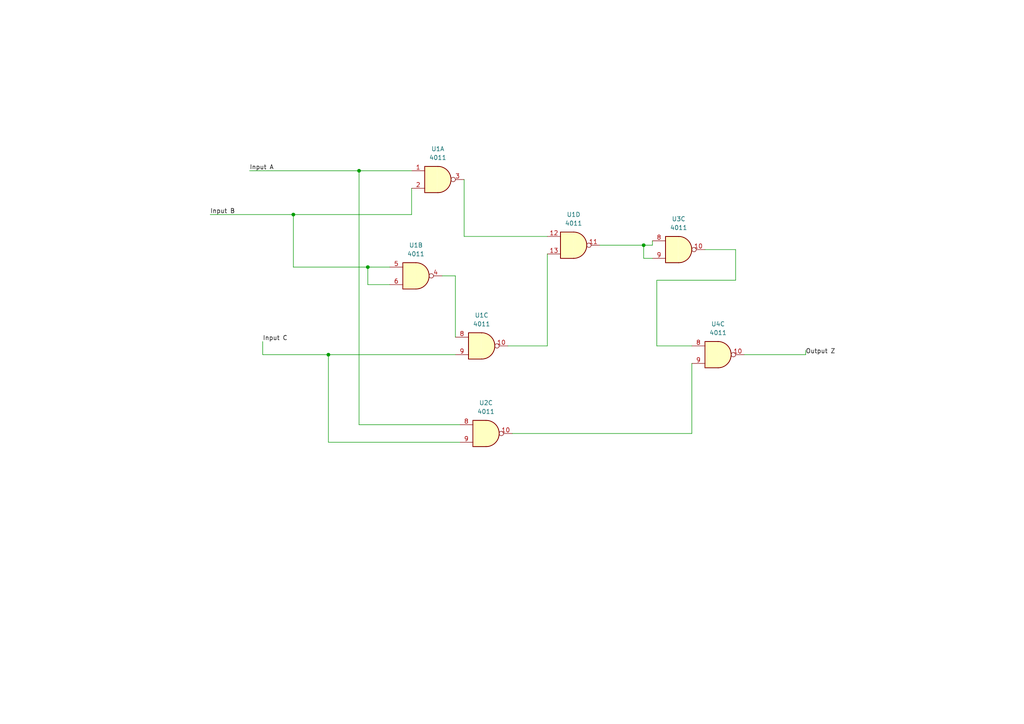
<source format=kicad_sch>
(kicad_sch (version 20230121) (generator eeschema)
  (paper "A4")
  (lib_symbols
    (symbol "4xxx:4011" (pin_names (offset 1.016))
      (property "Reference" "U" (at 0 1.27 0))
      (property "Value" "4011" (at 0 -1.27 0))
      (symbol "4011_1_1"
        (arc (start 0 -3.81) (mid 3.7934 0) (end 0 3.81) (stroke (width 0.254)) (fill (type background)))
        (polyline (pts (xy 0 3.81) (xy -3.81 3.81) (xy -3.81 -3.81) (xy 0 -3.81)) (stroke (width 0.254)) (fill (type background)))
        (pin input line (at -7.62 2.54 0) (length 3.81) (name "~") (number "1"))
        (pin input line (at -7.62 -2.54 0) (length 3.81) (name "~") (number "2"))
        (pin output inverted (at 7.62 0 180) (length 3.81) (name "~") (number "3"))
      )
      (symbol "4011_1_2"
        (arc (start -3.81 -3.81) (mid -2.589 0) (end -3.81 3.81) (stroke (width 0.254)))
        (arc (start -0.6096 -3.81) (mid 2.1842 -2.5851) (end 3.81 0) (stroke (width 0.254)) (fill (type background)))
        (polyline (pts (xy -3.81 -3.81) (xy -0.635 -3.81)) (stroke (width 0.254)) (fill (type background)))
        (polyline (pts (xy -3.81 3.81) (xy -0.635 3.81)) (stroke (width 0.254)) (fill (type background)))
        (polyline (pts (xy -0.635 3.81) (xy -3.81 3.81) (xy -3.81 3.81) (xy -3.556 3.4036) (xy -3.0226 2.2606) (xy -2.6924 1.0414) (xy -2.6162 -0.254) (xy -2.7686 -1.4986) (xy -3.175 -2.7178) (xy -3.81 -3.81) (xy -3.81 -3.81) (xy -0.635 -3.81)) (stroke (width -25.4)) (fill (type background)))
        (arc (start 3.81 0) (mid 2.1915 2.5936) (end -0.6096 3.81) (stroke (width 0.254)) (fill (type background)))
        (pin input inverted (at -7.62 2.54 0) (length 4.318) (name "~") (number "1"))
        (pin input inverted (at -7.62 -2.54 0) (length 4.318) (name "~") (number "2"))
        (pin output line (at 7.62 0 180) (length 3.81) (name "~") (number "3"))
      )
      (symbol "4011_2_1"
        (arc (start 0 -3.81) (mid 3.7934 0) (end 0 3.81) (stroke (width 0.254)) (fill (type background)))
        (polyline (pts (xy 0 3.81) (xy -3.81 3.81) (xy -3.81 -3.81) (xy 0 -3.81)) (stroke (width 0.254)) (fill (type background)))
        (pin output inverted (at 7.62 0 180) (length 3.81) (name "~") (number "4"))
        (pin input line (at -7.62 2.54 0) (length 3.81) (name "~") (number "5"))
        (pin input line (at -7.62 -2.54 0) (length 3.81) (name "~") (number "6"))
      )
      (symbol "4011_2_2"
        (arc (start -3.81 -3.81) (mid -2.589 0) (end -3.81 3.81) (stroke (width 0.254)))
        (arc (start -0.6096 -3.81) (mid 2.1842 -2.5851) (end 3.81 0) (stroke (width 0.254)) (fill (type background)))
        (polyline (pts (xy -3.81 -3.81) (xy -0.635 -3.81)) (stroke (width 0.254)) (fill (type background)))
        (polyline (pts (xy -3.81 3.81) (xy -0.635 3.81)) (stroke (width 0.254)) (fill (type background)))
        (polyline (pts (xy -0.635 3.81) (xy -3.81 3.81) (xy -3.81 3.81) (xy -3.556 3.4036) (xy -3.0226 2.2606) (xy -2.6924 1.0414) (xy -2.6162 -0.254) (xy -2.7686 -1.4986) (xy -3.175 -2.7178) (xy -3.81 -3.81) (xy -3.81 -3.81) (xy -0.635 -3.81)) (stroke (width -25.4)) (fill (type background)))
        (arc (start 3.81 0) (mid 2.1915 2.5936) (end -0.6096 3.81) (stroke (width 0.254)) (fill (type background)))
        (pin output line (at 7.62 0 180) (length 3.81) (name "~") (number "4"))
        (pin input inverted (at -7.62 2.54 0) (length 4.318) (name "~") (number "5"))
        (pin input inverted (at -7.62 -2.54 0) (length 4.318) (name "~") (number "6"))
      )
      (symbol "4011_3_1"
        (arc (start 0 -3.81) (mid 3.7934 0) (end 0 3.81) (stroke (width 0.254)) (fill (type background)))
        (polyline (pts (xy 0 3.81) (xy -3.81 3.81) (xy -3.81 -3.81) (xy 0 -3.81)) (stroke (width 0.254)) (fill (type background)))
        (pin output inverted (at 7.62 0 180) (length 3.81) (name "~") (number "10"))
        (pin input line (at -7.62 2.54 0) (length 3.81) (name "~") (number "8"))
        (pin input line (at -7.62 -2.54 0) (length 3.81) (name "~") (number "9"))
      )
      (symbol "4011_3_2"
        (arc (start -3.81 -3.81) (mid -2.589 0) (end -3.81 3.81) (stroke (width 0.254)))
        (arc (start -0.6096 -3.81) (mid 2.1842 -2.5851) (end 3.81 0) (stroke (width 0.254)) (fill (type background)))
        (polyline (pts (xy -3.81 -3.81) (xy -0.635 -3.81)) (stroke (width 0.254)) (fill (type background)))
        (polyline (pts (xy -3.81 3.81) (xy -0.635 3.81)) (stroke (width 0.254)) (fill (type background)))
        (polyline (pts (xy -0.635 3.81) (xy -3.81 3.81) (xy -3.81 3.81) (xy -3.556 3.4036) (xy -3.0226 2.2606) (xy -2.6924 1.0414) (xy -2.6162 -0.254) (xy -2.7686 -1.4986) (xy -3.175 -2.7178) (xy -3.81 -3.81) (xy -3.81 -3.81) (xy -0.635 -3.81)) (stroke (width -25.4)) (fill (type background)))
        (arc (start 3.81 0) (mid 2.1915 2.5936) (end -0.6096 3.81) (stroke (width 0.254)) (fill (type background)))
        (pin output line (at 7.62 0 180) (length 3.81) (name "~") (number "10"))
        (pin input inverted (at -7.62 2.54 0) (length 4.318) (name "~") (number "8"))
        (pin input inverted (at -7.62 -2.54 0) (length 4.318) (name "~") (number "9"))
      )
      (symbol "4011_4_1"
        (arc (start 0 -3.81) (mid 3.7934 0) (end 0 3.81) (stroke (width 0.254)) (fill (type background)))
        (polyline (pts (xy 0 3.81) (xy -3.81 3.81) (xy -3.81 -3.81) (xy 0 -3.81)) (stroke (width 0.254)) (fill (type background)))
        (pin output inverted (at 7.62 0 180) (length 3.81) (name "~") (number "11"))
        (pin input line (at -7.62 2.54 0) (length 3.81) (name "~") (number "12"))
        (pin input line (at -7.62 -2.54 0) (length 3.81) (name "~") (number "13"))
      )
      (symbol "4011_4_2"
        (arc (start -3.81 -3.81) (mid -2.589 0) (end -3.81 3.81) (stroke (width 0.254)))
        (arc (start -0.6096 -3.81) (mid 2.1842 -2.5851) (end 3.81 0) (stroke (width 0.254)) (fill (type background)))
        (polyline (pts (xy -3.81 -3.81) (xy -0.635 -3.81)) (stroke (width 0.254)) (fill (type background)))
        (polyline (pts (xy -3.81 3.81) (xy -0.635 3.81)) (stroke (width 0.254)) (fill (type background)))
        (polyline (pts (xy -0.635 3.81) (xy -3.81 3.81) (xy -3.81 3.81) (xy -3.556 3.4036) (xy -3.0226 2.2606) (xy -2.6924 1.0414) (xy -2.6162 -0.254) (xy -2.7686 -1.4986) (xy -3.175 -2.7178) (xy -3.81 -3.81) (xy -3.81 -3.81) (xy -0.635 -3.81)) (stroke (width -25.4)) (fill (type background)))
        (arc (start 3.81 0) (mid 2.1915 2.5936) (end -0.6096 3.81) (stroke (width 0.254)) (fill (type background)))
        (pin output line (at 7.62 0 180) (length 3.81) (name "~") (number "11"))
        (pin input inverted (at -7.62 2.54 0) (length 4.318) (name "~") (number "12"))
        (pin input inverted (at -7.62 -2.54 0) (length 4.318) (name "~") (number "13"))
      )
      (symbol "4011_5_0"
        (pin power_in line (at 0 12.7 270) (length 5.08) (name "VDD") (number "14"))
        (pin power_in line (at 0 -12.7 90) (length 5.08) (name "VSS") (number "7"))
      )
      (symbol "4011_5_1"
        (rectangle (start -5.08 7.62) (end 5.08 -7.62) (stroke (width 0.254)) (fill (type background)))
      )
    )
  )
  (junction (at 85.09 62.23))
  (junction (at 106.68 77.47))
  (junction (at 95.25 102.87))
  (junction (at 104.14 49.53))
  (junction (at 186.69 71.12))
  (wire (pts (xy 119.38 62.23) (xy 119.38 54.61)))
  (wire (pts (xy 104.14 49.53) (xy 119.38 49.53)))
  (wire (pts (xy 106.68 77.47) (xy 113.03 77.47)))
  (wire (pts (xy 95.25 102.87) (xy 132.08 102.87)))
  (wire (pts (xy 213.36 72.39) (xy 204.47 72.39)))
  (wire (pts (xy 213.36 81.28) (xy 213.36 72.39)))
  (wire (pts (xy 76.2 102.87) (xy 95.25 102.87)))
  (wire (pts (xy 134.62 68.58) (xy 158.75 68.58)))
  (wire (pts (xy 134.62 52.07) (xy 134.62 68.58)))
  (wire (pts (xy 215.9 102.87) (xy 233.68 102.87)))
  (wire (pts (xy 200.66 125.73) (xy 200.66 105.41)))
  (wire (pts (xy 85.09 62.23) (xy 119.38 62.23)))
  (wire (pts (xy 186.69 71.12) (xy 186.69 74.93)))
  (wire (pts (xy 95.25 102.87) (xy 95.25 128.27)))
  (wire (pts (xy 95.25 128.27) (xy 133.35 128.27)))
  (wire (pts (xy 190.5 100.33) (xy 200.66 100.33)))
  (wire (pts (xy 60.96 62.23) (xy 85.09 62.23)))
  (wire (pts (xy 132.08 80.01) (xy 128.27 80.01)))
  (wire (pts (xy 190.5 81.28) (xy 213.36 81.28)))
  (wire (pts (xy 132.08 80.01) (xy 132.08 97.79)))
  (wire (pts (xy 186.69 74.93) (xy 189.23 74.93)))
  (wire (pts (xy 147.32 100.33) (xy 158.75 100.33)))
  (wire (pts (xy 189.23 71.12) (xy 189.23 69.85)))
  (wire (pts (xy 158.75 100.33) (xy 158.75 73.66)))
  (wire (pts (xy 85.09 62.23) (xy 85.09 77.47)))
  (wire (pts (xy 104.14 49.53) (xy 104.14 123.19)))
  (wire (pts (xy 106.68 77.47) (xy 106.68 82.55)))
  (wire (pts (xy 104.14 123.19) (xy 133.35 123.19)))
  (wire (pts (xy 148.59 125.73) (xy 200.66 125.73)))
  (wire (pts (xy 186.69 71.12) (xy 189.23 71.12)))
  (wire (pts (xy 233.68 101.6) (xy 233.68 102.87)))
  (wire (pts (xy 173.99 71.12) (xy 186.69 71.12)))
  (wire (pts (xy 85.09 77.47) (xy 106.68 77.47)))
  (wire (pts (xy 76.2 99.06) (xy 76.2 102.87)))
  (wire (pts (xy 72.39 49.53) (xy 104.14 49.53)))
  (wire (pts (xy 190.5 81.28) (xy 190.5 100.33)))
  (wire (pts (xy 106.68 82.55) (xy 113.03 82.55)))
  (label "Input C" (at 76.2 99.06 0))
  (label "Input B" (at 60.96 62.23 0))
  (label "Input A" (at 72.39 49.53 0))
  (label "Output Z" (at 233.68 102.87 0))
  (symbol (lib_id "4xxx:4011") (at 140.97 125.73 0) (unit 3)
    (property "Reference" "U2" (at 140.9617 116.84 0))
    (property "Value" "4011" (at 140.9617 119.38 0))
    (property "Datasheet" "http://www.intersil.com/content/dam/Intersil/documents/cd40/cd4011bms-12bms-23bms.pdf" (effects hide))
  )
  (symbol (lib_id "4xxx:4011") (at 120.65 80.01 0) (unit 2)
    (property "Reference" "U1" (at 120.6417 71.12 0))
    (property "Value" "4011" (at 120.6417 73.66 0))
    (property "Datasheet" "http://www.intersil.com/content/dam/Intersil/documents/cd40/cd4011bms-12bms-23bms.pdf" (effects hide))
  )
  (symbol (lib_id "4xxx:4011") (at 208.28 102.87 0) (unit 3)
    (property "Reference" "U4" (at 208.2717 93.98 0))
    (property "Value" "4011" (at 208.2717 96.52 0))
    (property "Datasheet" "http://www.intersil.com/content/dam/Intersil/documents/cd40/cd4011bms-12bms-23bms.pdf" (effects hide))
  )
  (symbol (lib_id "4xxx:4011") (at 139.7 100.33 0) (unit 3)
    (property "Reference" "U1" (at 139.6917 91.44 0))
    (property "Value" "4011" (at 139.6917 93.98 0))
    (property "Datasheet" "http://www.intersil.com/content/dam/Intersil/documents/cd40/cd4011bms-12bms-23bms.pdf" (effects hide))
  )
  (symbol (lib_id "4xxx:4011") (at 166.37 71.12 0) (unit 4)
    (property "Reference" "U1" (at 166.3617 62.23 0))
    (property "Value" "4011" (at 166.3617 64.77 0))
    (property "Datasheet" "http://www.intersil.com/content/dam/Intersil/documents/cd40/cd4011bms-12bms-23bms.pdf" (effects hide))
  )
  (symbol (lib_id "4xxx:4011") (at 127 52.07 0) (unit 1)
    (property "Reference" "U1" (at 126.9917 43.18 0))
    (property "Value" "4011" (at 126.9917 45.72 0))
    (property "Datasheet" "http://www.intersil.com/content/dam/Intersil/documents/cd40/cd4011bms-12bms-23bms.pdf" (effects hide))
  )
  (symbol (lib_id "4xxx:4011") (at 196.85 72.39 0) (unit 3)
    (property "Reference" "U3" (at 196.8417 63.5 0))
    (property "Value" "4011" (at 196.8417 66.04 0))
    (property "Datasheet" "http://www.intersil.com/content/dam/Intersil/documents/cd40/cd4011bms-12bms-23bms.pdf" (effects hide))
  )
)
</source>
